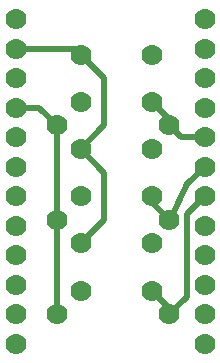
<source format=gbl>
G04 PROTEUS RS274X GERBER FILE*
%FSLAX24Y24*%
%MOIN*%
%ADD11C,0.0200*%
%ADD10C,0.0700*%
G54D11*
X-2952Y+2952D02*
X-984Y+2952D01*
X-787Y+2755D01*
X+0Y+1968D01*
X+0Y+393D01*
X-787Y-393D01*
X+0Y-1181D01*
X+0Y-2755D01*
X-787Y-3543D01*
X-2952Y+984D02*
X-2165Y+984D01*
X-1574Y+393D01*
X-1574Y-2755D01*
X-1574Y-5905D02*
X-1574Y-2755D01*
X+2165Y+393D02*
X+2559Y+0D01*
X+3346Y+0D01*
X+1574Y-1968D02*
X+1377Y-1968D01*
X+2165Y-2755D01*
X+1574Y+1181D02*
X+2165Y+590D01*
X+2165Y+393D01*
X+1574Y-5118D02*
X+2165Y-5708D01*
X+2165Y-5905D01*
X+2755Y-5315D01*
X+2755Y-2559D01*
X+3346Y-1968D01*
X+2165Y-2755D02*
X+2233Y-2688D01*
X+2755Y-1574D01*
X+3346Y-984D01*
G54D10*
X-2952Y+3937D03*
X-2952Y+2952D03*
X-2952Y+1968D03*
X-2952Y+984D03*
X+3346Y+0D03*
X+3346Y-984D03*
X+3346Y-1968D03*
X-787Y+2755D03*
X-787Y+1181D03*
X+1574Y+1181D03*
X+1574Y+2755D03*
X-787Y-393D03*
X-787Y-1968D03*
X+1574Y-1968D03*
X+1574Y-393D03*
X-787Y-3543D03*
X-787Y-5118D03*
X+1574Y-5118D03*
X+1574Y-3543D03*
X-1574Y+393D03*
X+2165Y+393D03*
X-1574Y-2755D03*
X+2165Y-2755D03*
X-1574Y-5905D03*
X+2165Y-5905D03*
X-2952Y+0D03*
X-2952Y-984D03*
X-2952Y-1968D03*
X-2952Y-2952D03*
X-2952Y-3937D03*
X-2952Y-4921D03*
X-2952Y-5905D03*
X-2952Y-6889D03*
X+3346Y-2952D03*
X+3346Y-3937D03*
X+3346Y-4921D03*
X+3346Y-5905D03*
X+3346Y-6889D03*
X+3346Y+3937D03*
X+3346Y+2952D03*
X+3346Y+1968D03*
X+3346Y+984D03*
M00*

</source>
